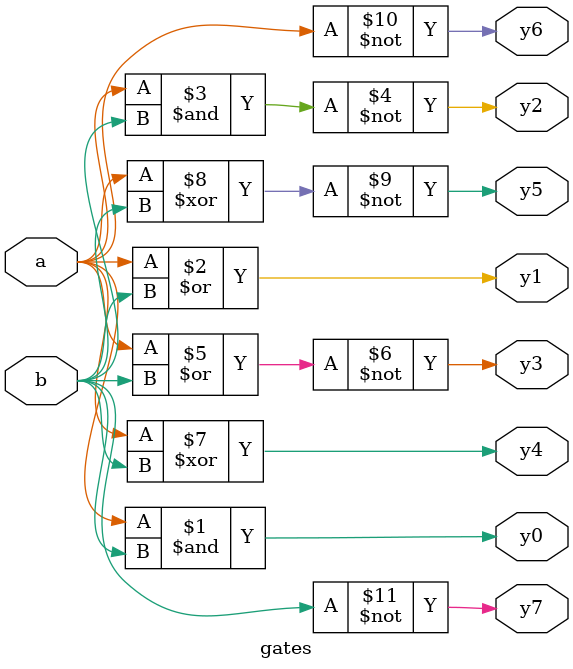
<source format=v>
`timescale 1ns / 1ps


module gates(a, b, y0, y1, y2, y3, y4, y5, y6, y7);
    input a, b;
    output y0, y1, y2, y3, y4, y5, y6, y7;
    
    assign y0 = (a & b); // and
    assign y1 = (a | b); // or
    assign y2 = ~(a & b); // nand
    assign y3 = ~(a | b); // nor
    assign y4 = (a ^ b); // xor
    assign y5 = ~(a ^ b); // xnor
    assign y6 = ~a;
    assign y7 = ~b;
endmodule

</source>
